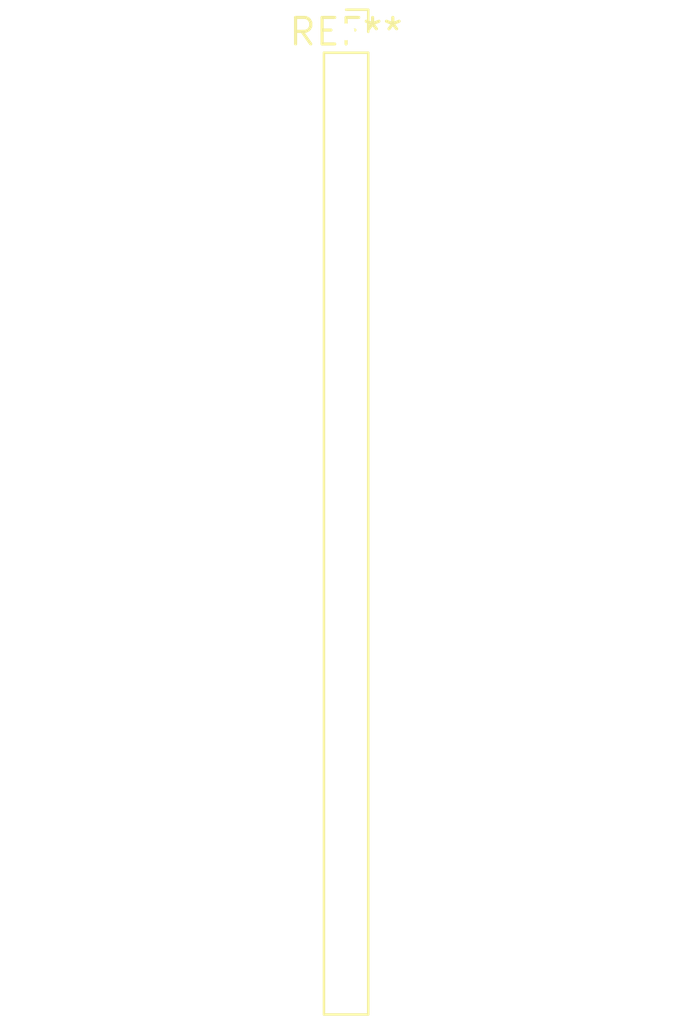
<source format=kicad_pcb>
(kicad_pcb (version 20240108) (generator pcbnew)
  (layers (0 "F.Cu" signal) (31 "B.Cu" signal) (34 "B.Paste" user) (35 "F.Paste" user) (36 "B.SilkS" user "B.Silkscreen") (37 "F.SilkS" user "F.Silkscreen") (38 "B.Mask" user) (39 "F.Mask" user) (44 "Edge.Cuts" user))
  (net 0 "")
  (footprint "PinSocket_1x24_P2.00mm_Vertical" (layer "F.Cu") (at 0 0)
    (property "Reference" "REF**")
    (property "Value" "PinSocket_1x24_P2.00mm_Vertical")
    (fp_line (start -1.06 1) (end -1.06 47.06) (layer "F.SilkS") (stroke (width 0.12)))
    (fp_line (start -1.06 1) (end 1.06 1) (layer "F.SilkS") (stroke (width 0.12)))
    (fp_line (start -1.06 47.06) (end 1.06 47.06) (layer "F.SilkS") (stroke (width 0.12)))
    (fp_line (start 0 -1.06) (end 1.06 -1.06) (layer "F.SilkS") (stroke (width 0.12)))
    (fp_line (start 1.06 -1.06) (end 1.06 0) (layer "F.SilkS") (stroke (width 0.12)))
    (fp_line (start 1.06 1) (end 1.06 47.06) (layer "F.SilkS") (stroke (width 0.12)))
    (pad "1" thru_hole rect (at 0 0) (size 1.35 1.35) (drill 0.8) (layers *.Cu *.Mask) (remove_unused_layers))
    (pad "2" thru_hole oval (at 0 2) (size 1.35 1.35) (drill 0.8) (layers *.Cu *.Mask) (remove_unused_layers))
    (pad "3" thru_hole oval (at 0 4) (size 1.35 1.35) (drill 0.8) (layers *.Cu *.Mask) (remove_unused_layers))
    (pad "4" thru_hole oval (at 0 6) (size 1.35 1.35) (drill 0.8) (layers *.Cu *.Mask) (remove_unused_layers))
    (pad "5" thru_hole oval (at 0 8) (size 1.35 1.35) (drill 0.8) (layers *.Cu *.Mask) (remove_unused_layers))
    (pad "6" thru_hole oval (at 0 10) (size 1.35 1.35) (drill 0.8) (layers *.Cu *.Mask) (remove_unused_layers))
    (pad "7" thru_hole oval (at 0 12) (size 1.35 1.35) (drill 0.8) (layers *.Cu *.Mask) (remove_unused_layers))
    (pad "8" thru_hole oval (at 0 14) (size 1.35 1.35) (drill 0.8) (layers *.Cu *.Mask) (remove_unused_layers))
    (pad "9" thru_hole oval (at 0 16) (size 1.35 1.35) (drill 0.8) (layers *.Cu *.Mask) (remove_unused_layers))
    (pad "10" thru_hole oval (at 0 18) (size 1.35 1.35) (drill 0.8) (layers *.Cu *.Mask) (remove_unused_layers))
    (pad "11" thru_hole oval (at 0 20) (size 1.35 1.35) (drill 0.8) (layers *.Cu *.Mask) (remove_unused_layers))
    (pad "12" thru_hole oval (at 0 22) (size 1.35 1.35) (drill 0.8) (layers *.Cu *.Mask) (remove_unused_layers))
    (pad "13" thru_hole oval (at 0 24) (size 1.35 1.35) (drill 0.8) (layers *.Cu *.Mask) (remove_unused_layers))
    (pad "14" thru_hole oval (at 0 26) (size 1.35 1.35) (drill 0.8) (layers *.Cu *.Mask) (remove_unused_layers))
    (pad "15" thru_hole oval (at 0 28) (size 1.35 1.35) (drill 0.8) (layers *.Cu *.Mask) (remove_unused_layers))
    (pad "16" thru_hole oval (at 0 30) (size 1.35 1.35) (drill 0.8) (layers *.Cu *.Mask) (remove_unused_layers))
    (pad "17" thru_hole oval (at 0 32) (size 1.35 1.35) (drill 0.8) (layers *.Cu *.Mask) (remove_unused_layers))
    (pad "18" thru_hole oval (at 0 34) (size 1.35 1.35) (drill 0.8) (layers *.Cu *.Mask) (remove_unused_layers))
    (pad "19" thru_hole oval (at 0 36) (size 1.35 1.35) (drill 0.8) (layers *.Cu *.Mask) (remove_unused_layers))
    (pad "20" thru_hole oval (at 0 38) (size 1.35 1.35) (drill 0.8) (layers *.Cu *.Mask) (remove_unused_layers))
    (pad "21" thru_hole oval (at 0 40) (size 1.35 1.35) (drill 0.8) (layers *.Cu *.Mask) (remove_unused_layers))
    (pad "22" thru_hole oval (at 0 42) (size 1.35 1.35) (drill 0.8) (layers *.Cu *.Mask) (remove_unused_layers))
    (pad "23" thru_hole oval (at 0 44) (size 1.35 1.35) (drill 0.8) (layers *.Cu *.Mask) (remove_unused_layers))
    (pad "24" thru_hole oval (at 0 46) (size 1.35 1.35) (drill 0.8) (layers *.Cu *.Mask) (remove_unused_layers))
  )
)
</source>
